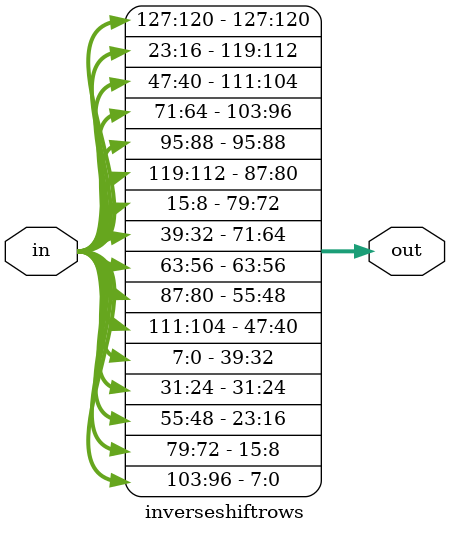
<source format=v>


module shiftrows(in,out);
input [127:0] in;
output [127:0] out;

assign out= {in[127:120],in[87:80],in[47:40],in[7:0],in[95:88],in[55:48],in[15:8],in[103:96],in[63:56],in[23:16],
					in[111:104],in[71:64],in[31:24],in[119:112],in[79:72],in[39:32]};


endmodule


/////////////////////////////////////////////////////INVERSE SHIFT ROWS//////////////////////////////////////////////////

module inverseshiftrows(in,out);
 input [127:0]in;  
 output [127:0]out;
 
 assign out={in[127:120],in[23:16],in[47:40],in[71:64],in[95:88],in[119:112],in[15:8],in[39:32],
				in[63:56],in[87:80],in[111:104],in[7:0],in[31:24],in[55:48],in[79:72],in[103:96]};

endmodule



</source>
